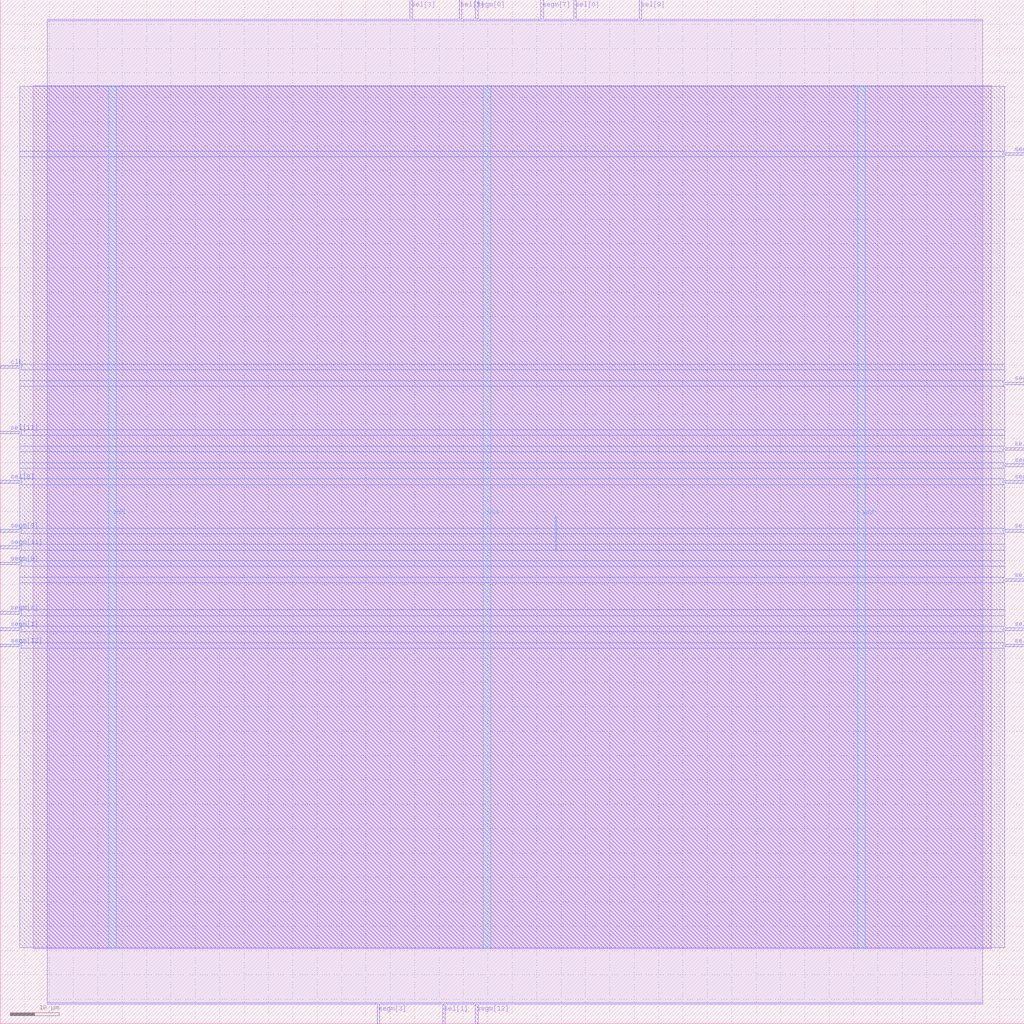
<source format=lef>
VERSION 5.7 ;
  NOWIREEXTENSIONATPIN ON ;
  DIVIDERCHAR "/" ;
  BUSBITCHARS "[]" ;
MACRO ita36
  CLASS BLOCK ;
  FOREIGN ita36 ;
  ORIGIN 0.000 0.000 ;
  SIZE 210.000 BY 210.000 ;
  PIN clk
    DIRECTION INPUT ;
    USE SIGNAL ;
    ANTENNAGATEAREA 4.738000 ;
    ANTENNADIFFAREA 0.410400 ;
    PORT
      LAYER Metal3 ;
        RECT 0.000 134.400 4.000 134.960 ;
    END
  END clk
  PIN segm[0]
    DIRECTION OUTPUT TRISTATE ;
    USE SIGNAL ;
    ANTENNADIFFAREA 0.360800 ;
    PORT
      LAYER Metal2 ;
        RECT 97.440 206.000 98.000 210.000 ;
    END
  END segm[0]
  PIN segm[10]
    DIRECTION OUTPUT TRISTATE ;
    USE SIGNAL ;
    ANTENNADIFFAREA 4.731200 ;
    PORT
      LAYER Metal3 ;
        RECT 206.000 110.880 210.000 111.440 ;
    END
  END segm[10]
  PIN segm[11]
    DIRECTION OUTPUT TRISTATE ;
    USE SIGNAL ;
    ANTENNADIFFAREA 4.731200 ;
    PORT
      LAYER Metal3 ;
        RECT 0.000 97.440 4.000 98.000 ;
    END
  END segm[11]
  PIN segm[12]
    DIRECTION OUTPUT TRISTATE ;
    USE SIGNAL ;
    ANTENNADIFFAREA 4.731200 ;
    PORT
      LAYER Metal2 ;
        RECT 97.440 0.000 98.000 4.000 ;
    END
  END segm[12]
  PIN segm[13]
    DIRECTION OUTPUT TRISTATE ;
    USE SIGNAL ;
    ANTENNADIFFAREA 4.731200 ;
    PORT
      LAYER Metal3 ;
        RECT 0.000 77.280 4.000 77.840 ;
    END
  END segm[13]
  PIN segm[1]
    DIRECTION OUTPUT TRISTATE ;
    USE SIGNAL ;
    ANTENNADIFFAREA 4.731200 ;
    PORT
      LAYER Metal3 ;
        RECT 0.000 80.640 4.000 81.200 ;
    END
  END segm[1]
  PIN segm[2]
    DIRECTION OUTPUT TRISTATE ;
    USE SIGNAL ;
    ANTENNADIFFAREA 0.360800 ;
    PORT
      LAYER Metal3 ;
        RECT 206.000 178.080 210.000 178.640 ;
    END
  END segm[2]
  PIN segm[3]
    DIRECTION OUTPUT TRISTATE ;
    USE SIGNAL ;
    ANTENNADIFFAREA 0.360800 ;
    PORT
      LAYER Metal2 ;
        RECT 77.280 0.000 77.840 4.000 ;
    END
  END segm[3]
  PIN segm[4]
    DIRECTION OUTPUT TRISTATE ;
    USE SIGNAL ;
    ANTENNADIFFAREA 4.731200 ;
    PORT
      LAYER Metal3 ;
        RECT 0.000 84.000 4.000 84.560 ;
    END
  END segm[4]
  PIN segm[5]
    DIRECTION OUTPUT TRISTATE ;
    USE SIGNAL ;
    ANTENNADIFFAREA 0.360800 ;
    PORT
      LAYER Metal3 ;
        RECT 206.000 131.040 210.000 131.600 ;
    END
  END segm[5]
  PIN segm[6]
    DIRECTION OUTPUT TRISTATE ;
    USE SIGNAL ;
    ANTENNADIFFAREA 4.731200 ;
    PORT
      LAYER Metal3 ;
        RECT 206.000 114.240 210.000 114.800 ;
    END
  END segm[6]
  PIN segm[7]
    DIRECTION OUTPUT TRISTATE ;
    USE SIGNAL ;
    ANTENNADIFFAREA 4.731200 ;
    PORT
      LAYER Metal2 ;
        RECT 110.880 206.000 111.440 210.000 ;
    END
  END segm[7]
  PIN segm[8]
    DIRECTION OUTPUT TRISTATE ;
    USE SIGNAL ;
    ANTENNADIFFAREA 4.731200 ;
    PORT
      LAYER Metal3 ;
        RECT 0.000 94.080 4.000 94.640 ;
    END
  END segm[8]
  PIN segm[9]
    DIRECTION OUTPUT TRISTATE ;
    USE SIGNAL ;
    ANTENNADIFFAREA 4.731200 ;
    PORT
      LAYER Metal3 ;
        RECT 0.000 100.800 4.000 101.360 ;
    END
  END segm[9]
  PIN sel[0]
    DIRECTION OUTPUT TRISTATE ;
    USE SIGNAL ;
    ANTENNADIFFAREA 4.731200 ;
    PORT
      LAYER Metal2 ;
        RECT 117.600 206.000 118.160 210.000 ;
    END
  END sel[0]
  PIN sel[10]
    DIRECTION OUTPUT TRISTATE ;
    USE SIGNAL ;
    ANTENNADIFFAREA 4.731200 ;
    PORT
      LAYER Metal3 ;
        RECT 206.000 100.800 210.000 101.360 ;
    END
  END sel[10]
  PIN sel[11]
    DIRECTION OUTPUT TRISTATE ;
    USE SIGNAL ;
    ANTENNADIFFAREA 4.731200 ;
    PORT
      LAYER Metal3 ;
        RECT 0.000 120.960 4.000 121.520 ;
    END
  END sel[11]
  PIN sel[1]
    DIRECTION OUTPUT TRISTATE ;
    USE SIGNAL ;
    ANTENNADIFFAREA 4.731200 ;
    PORT
      LAYER Metal2 ;
        RECT 90.720 0.000 91.280 4.000 ;
    END
  END sel[1]
  PIN sel[2]
    DIRECTION OUTPUT TRISTATE ;
    USE SIGNAL ;
    ANTENNADIFFAREA 4.731200 ;
    PORT
      LAYER Metal3 ;
        RECT 206.000 90.720 210.000 91.280 ;
    END
  END sel[2]
  PIN sel[3]
    DIRECTION OUTPUT TRISTATE ;
    USE SIGNAL ;
    ANTENNADIFFAREA 4.731200 ;
    PORT
      LAYER Metal2 ;
        RECT 84.000 206.000 84.560 210.000 ;
    END
  END sel[3]
  PIN sel[4]
    DIRECTION OUTPUT TRISTATE ;
    USE SIGNAL ;
    ANTENNADIFFAREA 4.731200 ;
    PORT
      LAYER Metal3 ;
        RECT 206.000 80.640 210.000 81.200 ;
    END
  END sel[4]
  PIN sel[5]
    DIRECTION OUTPUT TRISTATE ;
    USE SIGNAL ;
    ANTENNADIFFAREA 4.731200 ;
    PORT
      LAYER Metal3 ;
        RECT 206.000 117.600 210.000 118.160 ;
    END
  END sel[5]
  PIN sel[6]
    DIRECTION OUTPUT TRISTATE ;
    USE SIGNAL ;
    ANTENNADIFFAREA 4.731200 ;
    PORT
      LAYER Metal3 ;
        RECT 206.000 77.280 210.000 77.840 ;
    END
  END sel[6]
  PIN sel[7]
    DIRECTION OUTPUT TRISTATE ;
    USE SIGNAL ;
    ANTENNADIFFAREA 4.731200 ;
    PORT
      LAYER Metal2 ;
        RECT 94.080 206.000 94.640 210.000 ;
    END
  END sel[7]
  PIN sel[8]
    DIRECTION OUTPUT TRISTATE ;
    USE SIGNAL ;
    ANTENNADIFFAREA 4.731200 ;
    PORT
      LAYER Metal3 ;
        RECT 0.000 110.880 4.000 111.440 ;
    END
  END sel[8]
  PIN sel[9]
    DIRECTION OUTPUT TRISTATE ;
    USE SIGNAL ;
    ANTENNADIFFAREA 4.731200 ;
    PORT
      LAYER Metal2 ;
        RECT 131.040 206.000 131.600 210.000 ;
    END
  END sel[9]
  PIN vdd
    DIRECTION INOUT ;
    USE POWER ;
    PORT
      LAYER Metal4 ;
        RECT 22.240 15.380 23.840 192.380 ;
    END
    PORT
      LAYER Metal4 ;
        RECT 175.840 15.380 177.440 192.380 ;
    END
  END vdd
  PIN vss
    DIRECTION INOUT ;
    USE GROUND ;
    PORT
      LAYER Metal4 ;
        RECT 99.040 15.380 100.640 192.380 ;
    END
  END vss
  OBS
      LAYER Metal1 ;
        RECT 6.720 15.380 203.280 192.380 ;
      LAYER Metal2 ;
        RECT 9.660 205.700 83.700 206.000 ;
        RECT 84.860 205.700 93.780 206.000 ;
        RECT 94.940 205.700 97.140 206.000 ;
        RECT 98.300 205.700 110.580 206.000 ;
        RECT 111.740 205.700 117.300 206.000 ;
        RECT 118.460 205.700 130.740 206.000 ;
        RECT 131.900 205.700 201.460 206.000 ;
        RECT 9.660 4.300 201.460 205.700 ;
        RECT 9.660 4.000 76.980 4.300 ;
        RECT 78.140 4.000 90.420 4.300 ;
        RECT 91.580 4.000 97.140 4.300 ;
        RECT 98.300 4.000 201.460 4.300 ;
      LAYER Metal3 ;
        RECT 4.000 178.940 206.000 192.220 ;
        RECT 4.000 177.780 205.700 178.940 ;
        RECT 4.000 135.260 206.000 177.780 ;
        RECT 4.300 134.100 206.000 135.260 ;
        RECT 4.000 131.900 206.000 134.100 ;
        RECT 4.000 130.740 205.700 131.900 ;
        RECT 4.000 121.820 206.000 130.740 ;
        RECT 4.300 120.660 206.000 121.820 ;
        RECT 4.000 118.460 206.000 120.660 ;
        RECT 4.000 117.300 205.700 118.460 ;
        RECT 4.000 115.100 206.000 117.300 ;
        RECT 4.000 113.940 205.700 115.100 ;
        RECT 4.000 111.740 206.000 113.940 ;
        RECT 4.300 110.580 205.700 111.740 ;
        RECT 4.000 101.660 206.000 110.580 ;
        RECT 4.300 100.500 205.700 101.660 ;
        RECT 4.000 98.300 206.000 100.500 ;
        RECT 4.300 97.140 206.000 98.300 ;
        RECT 4.000 94.940 206.000 97.140 ;
        RECT 4.300 93.780 206.000 94.940 ;
        RECT 4.000 91.580 206.000 93.780 ;
        RECT 4.000 90.420 205.700 91.580 ;
        RECT 4.000 84.860 206.000 90.420 ;
        RECT 4.300 83.700 206.000 84.860 ;
        RECT 4.000 81.500 206.000 83.700 ;
        RECT 4.300 80.340 205.700 81.500 ;
        RECT 4.000 78.140 206.000 80.340 ;
        RECT 4.300 76.980 205.700 78.140 ;
        RECT 4.000 15.540 206.000 76.980 ;
      LAYER Metal4 ;
        RECT 113.820 96.970 114.100 104.070 ;
  END
END ita36
END LIBRARY


</source>
